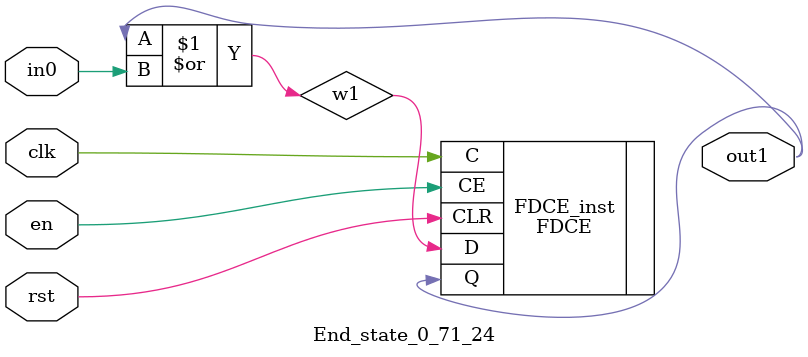
<source format=v>
module engine_0_71(out,clk,sod,en, in_3, in_9, in_12, in_13, in_17, in_18, in_20, in_21, in_24, in_25, in_28, in_56, in_57, in_65, in_66);
//pcre: /\x2Fcheck\x2Ephp\x3Fp1\x3D\d+?\x26p2\x3D[A-Za-z]+?\x26n\x3D/Ui
//block char: N[0], H[0], \x2E[8], \d[5], e[0], c[0], =[0], p[0], [\z617a\z415a][1], \x2F[8], \x3F[8], 2[0], \x26[8], K[0], 1[0], 

	input clk,sod,en;

	input in_3, in_9, in_12, in_13, in_17, in_18, in_20, in_21, in_24, in_25, in_28, in_56, in_57, in_65, in_66;
	output out;

	assign w0 = 1'b1;
	state_0_71_1 BlockState_0_71_1 (w1,in_25,clk,en,sod,w0);
	state_0_71_2 BlockState_0_71_2 (w2,in_18,clk,en,sod,w1);
	state_0_71_3 BlockState_0_71_3 (w3,in_9,clk,en,sod,w2);
	state_0_71_4 BlockState_0_71_4 (w4,in_17,clk,en,sod,w3);
	state_0_71_5 BlockState_0_71_5 (w5,in_18,clk,en,sod,w4);
	state_0_71_6 BlockState_0_71_6 (w6,in_65,clk,en,sod,w5);
	state_0_71_7 BlockState_0_71_7 (w7,in_12,clk,en,sod,w6);
	state_0_71_8 BlockState_0_71_8 (w8,in_21,clk,en,sod,w7);
	state_0_71_9 BlockState_0_71_9 (w9,in_9,clk,en,sod,w8);
	state_0_71_10 BlockState_0_71_10 (w10,in_21,clk,en,sod,w9);
	state_0_71_11 BlockState_0_71_11 (w11,in_28,clk,en,sod,w10);
	state_0_71_12 BlockState_0_71_12 (w12,in_21,clk,en,sod,w11);
	state_0_71_13 BlockState_0_71_13 (w13,in_66,clk,en,sod,w12);
	state_0_71_14 BlockState_0_71_14 (w14,in_20,clk,en,sod,w13);
	state_0_71_15 BlockState_0_71_15 (w15,in_13,clk,en,sod,w15,w14);
	state_0_71_16 BlockState_0_71_16 (w16,in_57,clk,en,sod,w14,w15);
	state_0_71_17 BlockState_0_71_17 (w17,in_21,clk,en,sod,w16);
	state_0_71_18 BlockState_0_71_18 (w18,in_56,clk,en,sod,w17);
	state_0_71_19 BlockState_0_71_19 (w19,in_20,clk,en,sod,w18);
	state_0_71_20 BlockState_0_71_20 (w20,in_24,clk,en,sod,w20,w19);
	state_0_71_21 BlockState_0_71_21 (w21,in_57,clk,en,sod,w19,w20);
	state_0_71_22 BlockState_0_71_22 (w22,in_3,clk,en,sod,w21);
	state_0_71_23 BlockState_0_71_23 (w23,in_20,clk,en,sod,w22);
	End_state_0_71_24 BlockState_0_71_24 (out,clk,en,sod,w23);
endmodule

module state_0_71_1(out1,in_char,clk,en,rst,in0);
	input in_char,clk,en,rst,in0;
	output out1;
	wire w1,w2;
	assign w1 = in0; 
	and(w2,in_char,w1);
	FDCE #(.INIT(1'b0)) FDCE_inst (
		.Q(out1),
		.C(clk),
		.CE(en),
		.CLR(rst),
		.D(w2)
);
endmodule

module state_0_71_2(out1,in_char,clk,en,rst,in0);
	input in_char,clk,en,rst,in0;
	output out1;
	wire w1,w2;
	assign w1 = in0; 
	and(w2,in_char,w1);
	FDCE #(.INIT(1'b0)) FDCE_inst (
		.Q(out1),
		.C(clk),
		.CE(en),
		.CLR(rst),
		.D(w2)
);
endmodule

module state_0_71_3(out1,in_char,clk,en,rst,in0);
	input in_char,clk,en,rst,in0;
	output out1;
	wire w1,w2;
	assign w1 = in0; 
	and(w2,in_char,w1);
	FDCE #(.INIT(1'b0)) FDCE_inst (
		.Q(out1),
		.C(clk),
		.CE(en),
		.CLR(rst),
		.D(w2)
);
endmodule

module state_0_71_4(out1,in_char,clk,en,rst,in0);
	input in_char,clk,en,rst,in0;
	output out1;
	wire w1,w2;
	assign w1 = in0; 
	and(w2,in_char,w1);
	FDCE #(.INIT(1'b0)) FDCE_inst (
		.Q(out1),
		.C(clk),
		.CE(en),
		.CLR(rst),
		.D(w2)
);
endmodule

module state_0_71_5(out1,in_char,clk,en,rst,in0);
	input in_char,clk,en,rst,in0;
	output out1;
	wire w1,w2;
	assign w1 = in0; 
	and(w2,in_char,w1);
	FDCE #(.INIT(1'b0)) FDCE_inst (
		.Q(out1),
		.C(clk),
		.CE(en),
		.CLR(rst),
		.D(w2)
);
endmodule

module state_0_71_6(out1,in_char,clk,en,rst,in0);
	input in_char,clk,en,rst,in0;
	output out1;
	wire w1,w2;
	assign w1 = in0; 
	and(w2,in_char,w1);
	FDCE #(.INIT(1'b0)) FDCE_inst (
		.Q(out1),
		.C(clk),
		.CE(en),
		.CLR(rst),
		.D(w2)
);
endmodule

module state_0_71_7(out1,in_char,clk,en,rst,in0);
	input in_char,clk,en,rst,in0;
	output out1;
	wire w1,w2;
	assign w1 = in0; 
	and(w2,in_char,w1);
	FDCE #(.INIT(1'b0)) FDCE_inst (
		.Q(out1),
		.C(clk),
		.CE(en),
		.CLR(rst),
		.D(w2)
);
endmodule

module state_0_71_8(out1,in_char,clk,en,rst,in0);
	input in_char,clk,en,rst,in0;
	output out1;
	wire w1,w2;
	assign w1 = in0; 
	and(w2,in_char,w1);
	FDCE #(.INIT(1'b0)) FDCE_inst (
		.Q(out1),
		.C(clk),
		.CE(en),
		.CLR(rst),
		.D(w2)
);
endmodule

module state_0_71_9(out1,in_char,clk,en,rst,in0);
	input in_char,clk,en,rst,in0;
	output out1;
	wire w1,w2;
	assign w1 = in0; 
	and(w2,in_char,w1);
	FDCE #(.INIT(1'b0)) FDCE_inst (
		.Q(out1),
		.C(clk),
		.CE(en),
		.CLR(rst),
		.D(w2)
);
endmodule

module state_0_71_10(out1,in_char,clk,en,rst,in0);
	input in_char,clk,en,rst,in0;
	output out1;
	wire w1,w2;
	assign w1 = in0; 
	and(w2,in_char,w1);
	FDCE #(.INIT(1'b0)) FDCE_inst (
		.Q(out1),
		.C(clk),
		.CE(en),
		.CLR(rst),
		.D(w2)
);
endmodule

module state_0_71_11(out1,in_char,clk,en,rst,in0);
	input in_char,clk,en,rst,in0;
	output out1;
	wire w1,w2;
	assign w1 = in0; 
	and(w2,in_char,w1);
	FDCE #(.INIT(1'b0)) FDCE_inst (
		.Q(out1),
		.C(clk),
		.CE(en),
		.CLR(rst),
		.D(w2)
);
endmodule

module state_0_71_12(out1,in_char,clk,en,rst,in0);
	input in_char,clk,en,rst,in0;
	output out1;
	wire w1,w2;
	assign w1 = in0; 
	and(w2,in_char,w1);
	FDCE #(.INIT(1'b0)) FDCE_inst (
		.Q(out1),
		.C(clk),
		.CE(en),
		.CLR(rst),
		.D(w2)
);
endmodule

module state_0_71_13(out1,in_char,clk,en,rst,in0);
	input in_char,clk,en,rst,in0;
	output out1;
	wire w1,w2;
	assign w1 = in0; 
	and(w2,in_char,w1);
	FDCE #(.INIT(1'b0)) FDCE_inst (
		.Q(out1),
		.C(clk),
		.CE(en),
		.CLR(rst),
		.D(w2)
);
endmodule

module state_0_71_14(out1,in_char,clk,en,rst,in0);
	input in_char,clk,en,rst,in0;
	output out1;
	wire w1,w2;
	assign w1 = in0; 
	and(w2,in_char,w1);
	FDCE #(.INIT(1'b0)) FDCE_inst (
		.Q(out1),
		.C(clk),
		.CE(en),
		.CLR(rst),
		.D(w2)
);
endmodule

module state_0_71_15(out1,in_char,clk,en,rst,in0,in1);
	input in_char,clk,en,rst,in0,in1;
	output out1;
	wire w1,w2;
	or(w1,in0,in1);
	and(w2,in_char,w1);
	FDCE #(.INIT(1'b0)) FDCE_inst (
		.Q(out1),
		.C(clk),
		.CE(en),
		.CLR(rst),
		.D(w2)
);
endmodule

module state_0_71_16(out1,in_char,clk,en,rst,in0,in1);
	input in_char,clk,en,rst,in0,in1;
	output out1;
	wire w1,w2;
	or(w1,in0,in1);
	and(w2,in_char,w1);
	FDCE #(.INIT(1'b0)) FDCE_inst (
		.Q(out1),
		.C(clk),
		.CE(en),
		.CLR(rst),
		.D(w2)
);
endmodule

module state_0_71_17(out1,in_char,clk,en,rst,in0);
	input in_char,clk,en,rst,in0;
	output out1;
	wire w1,w2;
	assign w1 = in0; 
	and(w2,in_char,w1);
	FDCE #(.INIT(1'b0)) FDCE_inst (
		.Q(out1),
		.C(clk),
		.CE(en),
		.CLR(rst),
		.D(w2)
);
endmodule

module state_0_71_18(out1,in_char,clk,en,rst,in0);
	input in_char,clk,en,rst,in0;
	output out1;
	wire w1,w2;
	assign w1 = in0; 
	and(w2,in_char,w1);
	FDCE #(.INIT(1'b0)) FDCE_inst (
		.Q(out1),
		.C(clk),
		.CE(en),
		.CLR(rst),
		.D(w2)
);
endmodule

module state_0_71_19(out1,in_char,clk,en,rst,in0);
	input in_char,clk,en,rst,in0;
	output out1;
	wire w1,w2;
	assign w1 = in0; 
	and(w2,in_char,w1);
	FDCE #(.INIT(1'b0)) FDCE_inst (
		.Q(out1),
		.C(clk),
		.CE(en),
		.CLR(rst),
		.D(w2)
);
endmodule

module state_0_71_20(out1,in_char,clk,en,rst,in0,in1);
	input in_char,clk,en,rst,in0,in1;
	output out1;
	wire w1,w2;
	or(w1,in0,in1);
	and(w2,in_char,w1);
	FDCE #(.INIT(1'b0)) FDCE_inst (
		.Q(out1),
		.C(clk),
		.CE(en),
		.CLR(rst),
		.D(w2)
);
endmodule

module state_0_71_21(out1,in_char,clk,en,rst,in0,in1);
	input in_char,clk,en,rst,in0,in1;
	output out1;
	wire w1,w2;
	or(w1,in0,in1);
	and(w2,in_char,w1);
	FDCE #(.INIT(1'b0)) FDCE_inst (
		.Q(out1),
		.C(clk),
		.CE(en),
		.CLR(rst),
		.D(w2)
);
endmodule

module state_0_71_22(out1,in_char,clk,en,rst,in0);
	input in_char,clk,en,rst,in0;
	output out1;
	wire w1,w2;
	assign w1 = in0; 
	and(w2,in_char,w1);
	FDCE #(.INIT(1'b0)) FDCE_inst (
		.Q(out1),
		.C(clk),
		.CE(en),
		.CLR(rst),
		.D(w2)
);
endmodule

module state_0_71_23(out1,in_char,clk,en,rst,in0);
	input in_char,clk,en,rst,in0;
	output out1;
	wire w1,w2;
	assign w1 = in0; 
	and(w2,in_char,w1);
	FDCE #(.INIT(1'b0)) FDCE_inst (
		.Q(out1),
		.C(clk),
		.CE(en),
		.CLR(rst),
		.D(w2)
);
endmodule

module End_state_0_71_24(out1,clk,en,rst,in0);
	input clk,rst,en,in0;
	output out1;
	wire w1;
	or(w1,out1,in0);
	FDCE #(.INIT(1'b0)) FDCE_inst (
		.Q(out1),
		.C(clk),
		.CE(en),
		.CLR(rst),
		.D(w1)
);
endmodule


</source>
